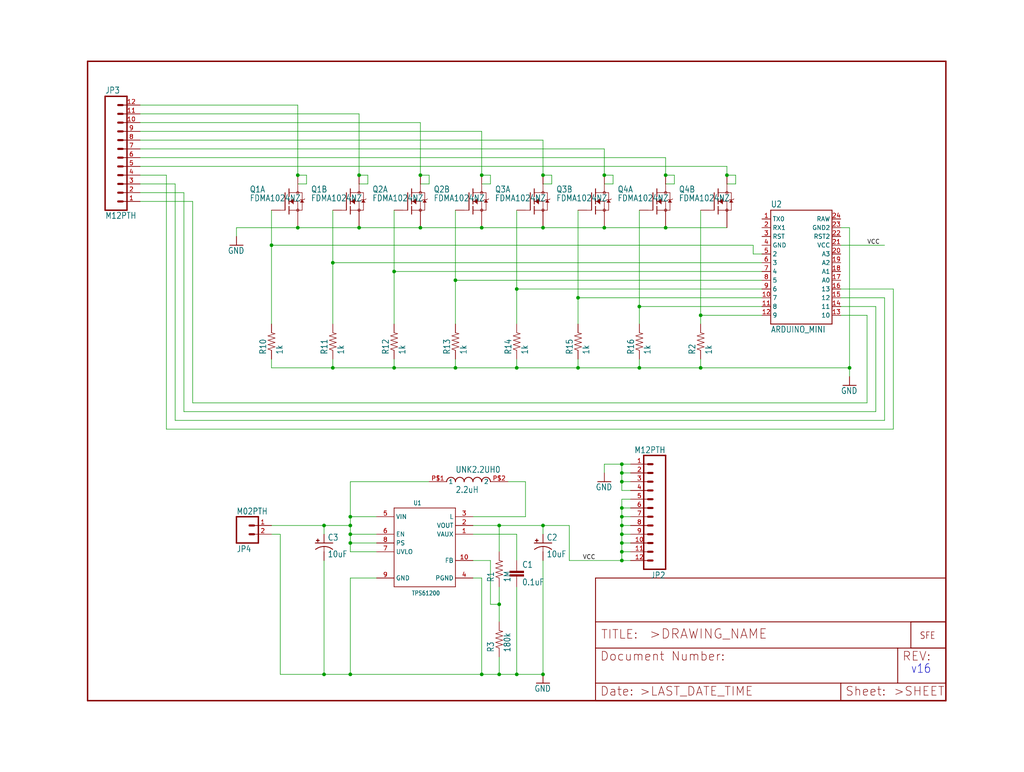
<source format=kicad_sch>
(kicad_sch (version 20211123) (generator eeschema)
  (paper "User" 297.002 223.926)
  (lib_symbols
    (symbol "schematicEagle-eagle-import:ARDUINO_MINI"
      (property "Value" "ARDUINO_MINI" (at -7.62 -20.32 0))
      (symbol "ARDUINO_MINI_1_0"
        (polyline (pts (xy -7.62 -17.78) (xy 10.16 -17.78)) (stroke (width 0.254)))
        (polyline (pts (xy -7.62 15.24) (xy -7.62 -17.78)) (stroke (width 0.254)))
        (polyline (pts (xy 10.16 -17.78) (xy 10.16 15.24)) (stroke (width 0.254)))
        (polyline (pts (xy 10.16 15.24) (xy -7.62 15.24)) (stroke (width 0.254)))
        (pin bidirectional line (at -10.16 12.7 0) (length 2.54) (name "TX0") (number "1"))
        (pin bidirectional line (at -10.16 -10.16 0) (length 2.54) (name "7") (number "10"))
        (pin bidirectional line (at -10.16 -12.7 0) (length 2.54) (name "8") (number "11"))
        (pin bidirectional line (at -10.16 -15.24 0) (length 2.54) (name "9") (number "12"))
        (pin bidirectional line (at 12.7 -15.24 180) (length 2.54) (name "10") (number "13"))
        (pin bidirectional line (at 12.7 -12.7 180) (length 2.54) (name "11") (number "14"))
        (pin bidirectional line (at 12.7 -10.16 180) (length 2.54) (name "12") (number "15"))
        (pin bidirectional line (at 12.7 -7.62 180) (length 2.54) (name "13") (number "16"))
        (pin bidirectional line (at 12.7 -5.08 180) (length 2.54) (name "A0") (number "17"))
        (pin bidirectional line (at 12.7 -2.54 180) (length 2.54) (name "A1") (number "18"))
        (pin bidirectional line (at 12.7 0 180) (length 2.54) (name "A2") (number "19"))
        (pin bidirectional line (at -10.16 10.16 0) (length 2.54) (name "RX1") (number "2"))
        (pin bidirectional line (at 12.7 2.54 180) (length 2.54) (name "A3") (number "20"))
        (pin bidirectional line (at 12.7 5.08 180) (length 2.54) (name "VCC") (number "21"))
        (pin bidirectional line (at 12.7 7.62 180) (length 2.54) (name "RST2") (number "22"))
        (pin bidirectional line (at 12.7 10.16 180) (length 2.54) (name "GND2") (number "23"))
        (pin bidirectional line (at 12.7 12.7 180) (length 2.54) (name "RAW") (number "24"))
        (pin bidirectional line (at -10.16 7.62 0) (length 2.54) (name "RST") (number "3"))
        (pin bidirectional line (at -10.16 5.08 0) (length 2.54) (name "GND") (number "4"))
        (pin bidirectional line (at -10.16 2.54 0) (length 2.54) (name "2") (number "5"))
        (pin bidirectional line (at -10.16 0 0) (length 2.54) (name "3") (number "6"))
        (pin bidirectional line (at -10.16 -2.54 0) (length 2.54) (name "4") (number "7"))
        (pin bidirectional line (at -10.16 -5.08 0) (length 2.54) (name "5") (number "8"))
        (pin bidirectional line (at -10.16 -7.62 0) (length 2.54) (name "6") (number "9"))
      )
    )
    (symbol "schematicEagle-eagle-import:CAP0402-CAP"
      (property "Reference" "C" (at 1.524 2.921 0))
      (property "Value" "CAP0402-CAP" (at 1.524 -2.159 0))
      (symbol "CAP0402-CAP_1_0"
        (rectangle (start -2.032 0.508) (end 2.032 1.016) (fill (type outline)))
        (rectangle (start -2.032 1.524) (end 2.032 2.032) (fill (type outline)))
        (polyline (pts (xy 0 0) (xy 0 0.508)) (stroke (width 0.1524)))
        (polyline (pts (xy 0 2.54) (xy 0 2.032)) (stroke (width 0.1524)))
        (pin passive line (at 0 5.08 270) (length 2.54) (name "1") (number "1"))
        (pin passive line (at 0 -2.54 90) (length 2.54) (name "2") (number "2"))
      )
    )
    (symbol "schematicEagle-eagle-import:CAP_POL1206"
      (property "Reference" "C" (at 1.016 0.635 0))
      (property "Value" "CAP_POL1206" (at 1.016 -4.191 0))
      (symbol "CAP_POL1206_1_0"
        (rectangle (start -2.253 0.668) (end -1.364 0.795) (fill (type outline)))
        (rectangle (start -1.872 0.287) (end -1.745 1.176) (fill (type outline)))
        (arc (start 0 -1.0161) (mid -1.3021 -1.2302) (end -2.4669 -1.8504) (stroke (width 0.254)))
        (polyline (pts (xy -2.54 0) (xy 2.54 0)) (stroke (width 0.254)))
        (polyline (pts (xy 0 -1.016) (xy 0 -2.54)) (stroke (width 0.1524)))
        (arc (start 2.4892 -1.8542) (mid 1.3158 -1.2195) (end 0 -1) (stroke (width 0.254)))
        (pin passive line (at 0 2.54 270) (length 2.54) (name "+") (number "A"))
        (pin passive line (at 0 -5.08 90) (length 2.54) (name "-") (number "C"))
      )
    )
    (symbol "schematicEagle-eagle-import:FDMA1024NZ"
      (property "Reference" "Q" (at -11.43 2.54 0))
      (property "Value" "FDMA1024NZ" (at -11.43 0 0))
      (symbol "FDMA1024NZ_1_0"
        (polyline (pts (xy -2.54 -2.54) (xy -1.2192 -2.54)) (stroke (width 0.1524)))
        (polyline (pts (xy -1.143 2.54) (xy -1.143 -2.54)) (stroke (width 0.254)))
        (polyline (pts (xy 0 -2.54) (xy 0 -3.683)) (stroke (width 0.254)))
        (polyline (pts (xy 0 -1.397) (xy 0 -2.54)) (stroke (width 0.254)))
        (polyline (pts (xy 0 0) (xy 0 -0.762)) (stroke (width 0.254)))
        (polyline (pts (xy 0 0) (xy 2.54 0)) (stroke (width 0.1524)))
        (polyline (pts (xy 0 0.762) (xy 0 0)) (stroke (width 0.254)))
        (polyline (pts (xy 0 2.54) (xy 0 1.397)) (stroke (width 0.254)))
        (polyline (pts (xy 0 2.54) (xy 2.54 2.54)) (stroke (width 0.1524)))
        (polyline (pts (xy 0 3.683) (xy 0 2.54)) (stroke (width 0.254)))
        (polyline (pts (xy 2.54 -2.54) (xy 0 -2.54)) (stroke (width 0.1524)))
        (polyline (pts (xy 2.54 -2.54) (xy 3.81 -2.54)) (stroke (width 0.1524)))
        (polyline (pts (xy 2.54 0) (xy 2.54 -2.54)) (stroke (width 0.1524)))
        (polyline (pts (xy 2.54 2.54) (xy 2.54 5.08)) (stroke (width 0.1524)))
        (polyline (pts (xy 2.54 2.54) (xy 3.81 2.54)) (stroke (width 0.1524)))
        (polyline (pts (xy 3.302 0.508) (xy 3.048 0.254)) (stroke (width 0.1524)))
        (polyline (pts (xy 3.81 0.508) (xy 3.302 0.508)) (stroke (width 0.1524)))
        (polyline (pts (xy 3.81 0.508) (xy 3.81 -2.54)) (stroke (width 0.1524)))
        (polyline (pts (xy 3.81 2.54) (xy 3.81 0.508)) (stroke (width 0.1524)))
        (polyline (pts (xy 4.318 0.508) (xy 3.81 0.508)) (stroke (width 0.1524)))
        (polyline (pts (xy 4.572 0.762) (xy 4.318 0.508)) (stroke (width 0.1524)))
        (polyline (pts (xy 0.254 0) (xy 1.27 0.762) (xy 1.27 -0.762)) (fill (type outline)))
        (polyline (pts (xy 3.81 0.508) (xy 3.302 -0.254) (xy 4.318 -0.254)) (fill (type outline)))
        (circle (center 2.54 -2.54) (radius 0.3592))
        (circle (center 2.54 2.54) (radius 0.3592))
        (pin passive line (at 2.54 5.08 180) (length 0) (name "D") (number "D1"))
        (pin passive line (at 2.54 7.62 270) (length 2.54) (name "D1") (number "D1_2"))
        (pin passive line (at -5.08 -2.54 0) (length 2.54) (name "G") (number "G1"))
        (pin passive line (at 2.54 -7.62 90) (length 5.08) (name "S") (number "S1"))
      )
      (symbol "FDMA1024NZ_2_0"
        (polyline (pts (xy -2.54 -2.54) (xy -1.2192 -2.54)) (stroke (width 0.1524)))
        (polyline (pts (xy -1.143 2.54) (xy -1.143 -2.54)) (stroke (width 0.254)))
        (polyline (pts (xy 0 -2.54) (xy 0 -3.683)) (stroke (width 0.254)))
        (polyline (pts (xy 0 -1.397) (xy 0 -2.54)) (stroke (width 0.254)))
        (polyline (pts (xy 0 0) (xy 0 -0.762)) (stroke (width 0.254)))
        (polyline (pts (xy 0 0) (xy 2.54 0)) (stroke (width 0.1524)))
        (polyline (pts (xy 0 0.762) (xy 0 0)) (stroke (width 0.254)))
        (polyline (pts (xy 0 2.54) (xy 0 1.397)) (stroke (width 0.254)))
        (polyline (pts (xy 0 2.54) (xy 2.54 2.54)) (stroke (width 0.1524)))
        (polyline (pts (xy 0 3.683) (xy 0 2.54)) (stroke (width 0.254)))
        (polyline (pts (xy 2.54 -2.54) (xy 0 -2.54)) (stroke (width 0.1524)))
        (polyline (pts (xy 2.54 -2.54) (xy 3.81 -2.54)) (stroke (width 0.1524)))
        (polyline (pts (xy 2.54 0) (xy 2.54 -2.54)) (stroke (width 0.1524)))
        (polyline (pts (xy 2.54 2.54) (xy 2.54 5.08)) (stroke (width 0.1524)))
        (polyline (pts (xy 2.54 2.54) (xy 3.81 2.54)) (stroke (width 0.1524)))
        (polyline (pts (xy 3.302 0.508) (xy 3.048 0.254)) (stroke (width 0.1524)))
        (polyline (pts (xy 3.81 0.508) (xy 3.302 0.508)) (stroke (width 0.1524)))
        (polyline (pts (xy 3.81 0.508) (xy 3.81 -2.54)) (stroke (width 0.1524)))
        (polyline (pts (xy 3.81 2.54) (xy 3.81 0.508)) (stroke (width 0.1524)))
        (polyline (pts (xy 4.318 0.508) (xy 3.81 0.508)) (stroke (width 0.1524)))
        (polyline (pts (xy 4.572 0.762) (xy 4.318 0.508)) (stroke (width 0.1524)))
        (polyline (pts (xy 0.254 0) (xy 1.27 0.762) (xy 1.27 -0.762)) (fill (type outline)))
        (polyline (pts (xy 3.81 0.508) (xy 3.302 -0.254) (xy 4.318 -0.254)) (fill (type outline)))
        (circle (center 2.54 -2.54) (radius 0.3592))
        (circle (center 2.54 2.54) (radius 0.3592))
        (pin passive line (at 2.54 5.08 180) (length 0) (name "D") (number "D2"))
        (pin passive line (at 2.54 7.62 270) (length 2.54) (name "D1") (number "D2_2"))
        (pin passive line (at -5.08 -2.54 0) (length 2.54) (name "G") (number "G2"))
        (pin passive line (at 2.54 -7.62 90) (length 5.08) (name "S") (number "S2"))
      )
    )
    (symbol "schematicEagle-eagle-import:FRAME-LETTER"
      (symbol "FRAME-LETTER_1_0"
        (polyline (pts (xy 0 0) (xy 248.92 0)) (stroke (width 0.4064)))
        (polyline (pts (xy 0 185.42) (xy 0 0)) (stroke (width 0.4064)))
        (polyline (pts (xy 0 185.42) (xy 248.92 185.42)) (stroke (width 0.4064)))
        (polyline (pts (xy 248.92 185.42) (xy 248.92 0)) (stroke (width 0.4064)))
      )
      (symbol "FRAME-LETTER_2_0"
        (polyline (pts (xy 0 0) (xy 0 5.08)) (stroke (width 0.254)))
        (polyline (pts (xy 0 0) (xy 71.12 0)) (stroke (width 0.254)))
        (polyline (pts (xy 0 5.08) (xy 0 15.24)) (stroke (width 0.254)))
        (polyline (pts (xy 0 5.08) (xy 71.12 5.08)) (stroke (width 0.254)))
        (polyline (pts (xy 0 15.24) (xy 0 22.86)) (stroke (width 0.254)))
        (polyline (pts (xy 0 22.86) (xy 0 35.56)) (stroke (width 0.254)))
        (polyline (pts (xy 0 22.86) (xy 101.6 22.86)) (stroke (width 0.254)))
        (polyline (pts (xy 71.12 0) (xy 101.6 0)) (stroke (width 0.254)))
        (polyline (pts (xy 71.12 5.08) (xy 71.12 0)) (stroke (width 0.254)))
        (polyline (pts (xy 71.12 5.08) (xy 87.63 5.08)) (stroke (width 0.254)))
        (polyline (pts (xy 87.63 5.08) (xy 101.6 5.08)) (stroke (width 0.254)))
        (polyline (pts (xy 87.63 15.24) (xy 0 15.24)) (stroke (width 0.254)))
        (polyline (pts (xy 87.63 15.24) (xy 87.63 5.08)) (stroke (width 0.254)))
        (polyline (pts (xy 101.6 5.08) (xy 101.6 0)) (stroke (width 0.254)))
        (polyline (pts (xy 101.6 15.24) (xy 87.63 15.24)) (stroke (width 0.254)))
        (polyline (pts (xy 101.6 15.24) (xy 101.6 5.08)) (stroke (width 0.254)))
        (polyline (pts (xy 101.6 22.86) (xy 101.6 15.24)) (stroke (width 0.254)))
        (polyline (pts (xy 101.6 35.56) (xy 0 35.56)) (stroke (width 0.254)))
        (polyline (pts (xy 101.6 35.56) (xy 101.6 22.86)) (stroke (width 0.254)))
        (text ">DRAWING_NAME" (at 15.494 17.78 0) (effects (font (size 2.7432 2.7432)) (justify left bottom)))
        (text ">LAST_DATE_TIME" (at 12.7 1.27 0) (effects (font (size 2.54 2.54)) (justify left bottom)))
        (text ">SHEET" (at 86.36 1.27 0) (effects (font (size 2.54 2.54)) (justify left bottom)))
        (text "Date:" (at 1.27 1.27 0) (effects (font (size 2.54 2.54)) (justify left bottom)))
        (text "Document Number:" (at 1.27 11.43 0) (effects (font (size 2.54 2.54)) (justify left bottom)))
        (text "REV:" (at 88.9 11.43 0) (effects (font (size 2.54 2.54)) (justify left bottom)))
        (text "Sheet:" (at 72.39 1.27 0) (effects (font (size 2.54 2.54)) (justify left bottom)))
        (text "TITLE:" (at 1.524 17.78 0) (effects (font (size 2.54 2.54)) (justify left bottom)))
      )
    )
    (symbol "schematicEagle-eagle-import:GND" (power)
      (property "Value" "GND" (at -2.54 -2.54 0))
      (symbol "GND_1_0"
        (polyline (pts (xy -1.905 0) (xy 1.905 0)) (stroke (width 0.254)))
        (pin power_in line (at 0 2.54 270) (length 2.54) (name "GND") (number "1"))
      )
    )
    (symbol "schematicEagle-eagle-import:LOGO-SFESK"
      (symbol "LOGO-SFESK_1_0"
        (polyline (pts (xy -2.54 -2.54) (xy 7.62 -2.54)) (stroke (width 0.254)))
        (polyline (pts (xy -2.54 5.08) (xy -2.54 -2.54)) (stroke (width 0.254)))
        (polyline (pts (xy 7.62 -2.54) (xy 7.62 5.08)) (stroke (width 0.254)))
        (polyline (pts (xy 7.62 5.08) (xy -2.54 5.08)) (stroke (width 0.254)))
        (text "SFE" (at 0 0 0) (effects (font (size 1.9304 1.6408)) (justify left bottom)))
      )
    )
    (symbol "schematicEagle-eagle-import:M02PTH"
      (property "Reference" "JP" (at -2.54 5.842 0))
      (property "Value" "M02PTH" (at -2.54 -5.08 0))
      (symbol "M02PTH_1_0"
        (polyline (pts (xy -2.54 5.08) (xy -2.54 -2.54)) (stroke (width 0.4064)))
        (polyline (pts (xy -2.54 5.08) (xy 3.81 5.08)) (stroke (width 0.4064)))
        (polyline (pts (xy 1.27 0) (xy 2.54 0)) (stroke (width 0.6096)))
        (polyline (pts (xy 1.27 2.54) (xy 2.54 2.54)) (stroke (width 0.6096)))
        (polyline (pts (xy 3.81 -2.54) (xy -2.54 -2.54)) (stroke (width 0.4064)))
        (polyline (pts (xy 3.81 -2.54) (xy 3.81 5.08)) (stroke (width 0.4064)))
        (pin passive line (at 7.62 0 180) (length 5.08) (name "1") (number "1"))
        (pin passive line (at 7.62 2.54 180) (length 5.08) (name "2") (number "2"))
      )
    )
    (symbol "schematicEagle-eagle-import:M12PTH"
      (property "Reference" "JP" (at 0 16.002 0))
      (property "Value" "M12PTH" (at 0 -20.32 0))
      (symbol "M12PTH_1_0"
        (polyline (pts (xy 0 15.24) (xy 0 -17.78)) (stroke (width 0.4064)))
        (polyline (pts (xy 0 15.24) (xy 6.35 15.24)) (stroke (width 0.4064)))
        (polyline (pts (xy 3.81 -15.24) (xy 5.08 -15.24)) (stroke (width 0.6096)))
        (polyline (pts (xy 3.81 -12.7) (xy 5.08 -12.7)) (stroke (width 0.6096)))
        (polyline (pts (xy 3.81 -10.16) (xy 5.08 -10.16)) (stroke (width 0.6096)))
        (polyline (pts (xy 3.81 -7.62) (xy 5.08 -7.62)) (stroke (width 0.6096)))
        (polyline (pts (xy 3.81 -5.08) (xy 5.08 -5.08)) (stroke (width 0.6096)))
        (polyline (pts (xy 3.81 -2.54) (xy 5.08 -2.54)) (stroke (width 0.6096)))
        (polyline (pts (xy 3.81 0) (xy 5.08 0)) (stroke (width 0.6096)))
        (polyline (pts (xy 3.81 2.54) (xy 5.08 2.54)) (stroke (width 0.6096)))
        (polyline (pts (xy 3.81 5.08) (xy 5.08 5.08)) (stroke (width 0.6096)))
        (polyline (pts (xy 3.81 7.62) (xy 5.08 7.62)) (stroke (width 0.6096)))
        (polyline (pts (xy 3.81 10.16) (xy 5.08 10.16)) (stroke (width 0.6096)))
        (polyline (pts (xy 3.81 12.7) (xy 5.08 12.7)) (stroke (width 0.6096)))
        (polyline (pts (xy 6.35 -17.78) (xy 0 -17.78)) (stroke (width 0.4064)))
        (polyline (pts (xy 6.35 -17.78) (xy 6.35 15.24)) (stroke (width 0.4064)))
        (pin passive line (at 10.16 -15.24 180) (length 5.08) (name "1") (number "1"))
        (pin passive line (at 10.16 7.62 180) (length 5.08) (name "10") (number "10"))
        (pin passive line (at 10.16 10.16 180) (length 5.08) (name "11") (number "11"))
        (pin passive line (at 10.16 12.7 180) (length 5.08) (name "12") (number "12"))
        (pin passive line (at 10.16 -12.7 180) (length 5.08) (name "2") (number "2"))
        (pin passive line (at 10.16 -10.16 180) (length 5.08) (name "3") (number "3"))
        (pin passive line (at 10.16 -7.62 180) (length 5.08) (name "4") (number "4"))
        (pin passive line (at 10.16 -5.08 180) (length 5.08) (name "5") (number "5"))
        (pin passive line (at 10.16 -2.54 180) (length 5.08) (name "6") (number "6"))
        (pin passive line (at 10.16 0 180) (length 5.08) (name "7") (number "7"))
        (pin passive line (at 10.16 2.54 180) (length 5.08) (name "8") (number "8"))
        (pin passive line (at 10.16 5.08 180) (length 5.08) (name "9") (number "9"))
      )
    )
    (symbol "schematicEagle-eagle-import:RESISTOR0402-RES"
      (property "Reference" "R" (at -3.81 1.4986 0))
      (property "Value" "RESISTOR0402-RES" (at -3.81 -3.302 0))
      (symbol "RESISTOR0402-RES_1_0"
        (polyline (pts (xy -2.54 0) (xy -2.159 1.016)) (stroke (width 0.1524)))
        (polyline (pts (xy -2.159 1.016) (xy -1.524 -1.016)) (stroke (width 0.1524)))
        (polyline (pts (xy -1.524 -1.016) (xy -0.889 1.016)) (stroke (width 0.1524)))
        (polyline (pts (xy -0.889 1.016) (xy -0.254 -1.016)) (stroke (width 0.1524)))
        (polyline (pts (xy -0.254 -1.016) (xy 0.381 1.016)) (stroke (width 0.1524)))
        (polyline (pts (xy 0.381 1.016) (xy 1.016 -1.016)) (stroke (width 0.1524)))
        (polyline (pts (xy 1.016 -1.016) (xy 1.651 1.016)) (stroke (width 0.1524)))
        (polyline (pts (xy 1.651 1.016) (xy 2.286 -1.016)) (stroke (width 0.1524)))
        (polyline (pts (xy 2.286 -1.016) (xy 2.54 0)) (stroke (width 0.1524)))
        (pin passive line (at -5.08 0 0) (length 2.54) (name "1") (number "1"))
        (pin passive line (at 5.08 0 180) (length 2.54) (name "2") (number "2"))
      )
    )
    (symbol "schematicEagle-eagle-import:TPS61200"
      (property "Value" "TPS61200" (at -2.54 -15.24 0))
      (symbol "TPS61200_1_0"
        (polyline (pts (xy -7.62 -12.7) (xy 10.16 -12.7)) (stroke (width 0.2032)))
        (polyline (pts (xy -7.62 10.16) (xy -7.62 -12.7)) (stroke (width 0.2032)))
        (polyline (pts (xy 10.16 -12.7) (xy 10.16 10.16)) (stroke (width 0.2032)))
        (polyline (pts (xy 10.16 10.16) (xy -7.62 10.16)) (stroke (width 0.2032)))
        (pin bidirectional line (at 15.24 2.54 180) (length 5.08) (name "VAUX") (number "1"))
        (pin bidirectional line (at 15.24 -5.08 180) (length 5.08) (name "FB") (number "10"))
        (pin bidirectional line (at 15.24 5.08 180) (length 5.08) (name "VOUT") (number "2"))
        (pin bidirectional line (at 15.24 7.62 180) (length 5.08) (name "L") (number "3"))
        (pin bidirectional line (at 15.24 -10.16 180) (length 5.08) (name "PGND") (number "4"))
        (pin bidirectional line (at -12.7 7.62 0) (length 5.08) (name "VIN") (number "5"))
        (pin bidirectional line (at -12.7 2.54 0) (length 5.08) (name "EN") (number "6"))
        (pin bidirectional line (at -12.7 -2.54 0) (length 5.08) (name "UVLO") (number "7"))
        (pin bidirectional line (at -12.7 0 0) (length 5.08) (name "PS") (number "8"))
        (pin bidirectional line (at -12.7 -10.16 0) (length 5.08) (name "GND") (number "9"))
      )
    )
    (symbol "schematicEagle-eagle-import:VLF4012A"
      (property "Value" "VLF4012A" (at -5.08 -3.302 0))
      (symbol "VLF4012A_1_0"
        (arc (start -5.08 0) (mid -6.35 1.27) (end -7.62 0) (stroke (width 0.254)))
        (arc (start -2.54 0) (mid -3.81 1.27) (end -5.08 0) (stroke (width 0.254)))
        (arc (start 0 0) (mid -1.27 1.27) (end -2.54 0) (stroke (width 0.254)))
        (arc (start 2.54 0) (mid 1.27 1.27) (end 0 0) (stroke (width 0.254)))
        (arc (start 5.08 0) (mid 3.81 1.27) (end 2.54 0) (stroke (width 0.254)))
        (pin bidirectional line (at -12.7 0 0) (length 5.08) (name "1") (number "P$1"))
        (pin bidirectional line (at 10.16 0 180) (length 5.08) (name "2") (number "P$2"))
      )
    )
  )
  (junction (at 149.86 106.68))
  (junction (at 96.52 106.68))
  (junction (at 157.48 152.4))
  (junction (at 157.48 195.58))
  (junction (at 101.6 195.58))
  (junction (at 193.04 50.8))
  (junction (at 144.78 152.4))
  (junction (at 157.48 66.04))
  (junction (at 132.08 106.68))
  (junction (at 167.64 86.36))
  (junction (at 203.2 106.68))
  (junction (at 149.86 195.58))
  (junction (at 144.78 175.26))
  (junction (at 175.26 50.8))
  (junction (at 132.08 81.28))
  (junction (at 149.86 83.82))
  (junction (at 185.42 106.68))
  (junction (at 114.3 106.68))
  (junction (at 93.98 195.58))
  (junction (at 104.14 50.8))
  (junction (at 180.34 137.16))
  (junction (at 180.34 160.02))
  (junction (at 86.36 66.04))
  (junction (at 101.6 149.86))
  (junction (at 96.52 76.2))
  (junction (at 175.26 66.04))
  (junction (at 210.82 50.8))
  (junction (at 193.04 66.04))
  (junction (at 180.34 152.4))
  (junction (at 101.6 154.94))
  (junction (at 139.7 50.8))
  (junction (at 101.6 152.4))
  (junction (at 144.78 195.58))
  (junction (at 78.74 71.12))
  (junction (at 114.3 78.74))
  (junction (at 180.34 139.7))
  (junction (at 121.92 50.8))
  (junction (at 180.34 149.86))
  (junction (at 180.34 157.48))
  (junction (at 180.34 134.62))
  (junction (at 93.98 152.4))
  (junction (at 157.48 50.8))
  (junction (at 101.6 157.48))
  (junction (at 86.36 50.8))
  (junction (at 180.34 162.56))
  (junction (at 180.34 154.94))
  (junction (at 185.42 88.9))
  (junction (at 167.64 106.68))
  (junction (at 180.34 147.32))
  (junction (at 246.38 106.68))
  (junction (at 104.14 66.04))
  (junction (at 121.92 66.04))
  (junction (at 203.2 91.44))
  (junction (at 139.7 66.04))
  (junction (at 139.7 195.58))
  (wire (pts (xy 175.26 66.04) (xy 193.04 66.04)))
  (wire (pts (xy 220.98 78.74) (xy 114.3 78.74)))
  (wire (pts (xy 142.24 162.56) (xy 142.24 175.26)))
  (wire (pts (xy 132.08 106.68) (xy 149.86 106.68)))
  (wire (pts (xy 210.82 53.34) (xy 213.36 53.34)))
  (wire (pts (xy 78.74 106.68) (xy 96.52 106.68)))
  (wire (pts (xy 139.7 167.64) (xy 139.7 195.58)))
  (wire (pts (xy 157.48 66.04) (xy 175.26 66.04)))
  (wire (pts (xy 220.98 86.36) (xy 167.64 86.36)))
  (wire (pts (xy 251.46 91.44) (xy 251.46 116.84)))
  (wire (pts (xy 144.78 160.02) (xy 144.78 152.4)))
  (wire (pts (xy 256.54 71.12) (xy 243.84 71.12)))
  (wire (pts (xy 157.48 152.4) (xy 165.1 152.4)))
  (wire (pts (xy 180.34 142.24) (xy 180.34 139.7)))
  (wire (pts (xy 220.98 76.2) (xy 96.52 76.2)))
  (wire (pts (xy 180.34 149.86) (xy 180.34 147.32)))
  (wire (pts (xy 220.98 73.66) (xy 218.44 73.66)))
  (wire (pts (xy 121.92 66.04) (xy 139.7 66.04)))
  (wire (pts (xy 144.78 152.4) (xy 157.48 152.4)))
  (wire (pts (xy 180.34 154.94) (xy 182.88 154.94)))
  (wire (pts (xy 88.9 53.34) (xy 86.36 53.34)))
  (wire (pts (xy 101.6 160.02) (xy 101.6 157.48)))
  (wire (pts (xy 93.98 195.58) (xy 81.28 195.58)))
  (wire (pts (xy 157.48 40.64) (xy 157.48 50.8)))
  (wire (pts (xy 104.14 66.04) (xy 121.92 66.04)))
  (wire (pts (xy 50.8 121.92) (xy 50.8 53.34)))
  (wire (pts (xy 180.34 160.02) (xy 180.34 157.48)))
  (wire (pts (xy 96.52 106.68) (xy 114.3 106.68)))
  (wire (pts (xy 81.28 195.58) (xy 81.28 154.94)))
  (wire (pts (xy 254 119.38) (xy 53.34 119.38)))
  (wire (pts (xy 243.84 83.82) (xy 259.08 83.82)))
  (wire (pts (xy 157.48 162.56) (xy 157.48 195.58)))
  (wire (pts (xy 93.98 152.4) (xy 101.6 152.4)))
  (wire (pts (xy 139.7 195.58) (xy 144.78 195.58)))
  (wire (pts (xy 185.42 106.68) (xy 185.42 104.14)))
  (wire (pts (xy 96.52 76.2) (xy 96.52 60.96)))
  (wire (pts (xy 220.98 88.9) (xy 185.42 88.9)))
  (wire (pts (xy 78.74 60.96) (xy 78.74 71.12)))
  (wire (pts (xy 193.04 45.72) (xy 193.04 50.8)))
  (wire (pts (xy 114.3 93.98) (xy 114.3 78.74)))
  (wire (pts (xy 96.52 76.2) (xy 96.52 93.98)))
  (wire (pts (xy 193.04 66.04) (xy 210.82 66.04)))
  (wire (pts (xy 243.84 86.36) (xy 256.54 86.36)))
  (wire (pts (xy 195.58 53.34) (xy 195.58 50.8)))
  (wire (pts (xy 246.38 106.68) (xy 246.38 109.22)))
  (wire (pts (xy 40.64 38.1) (xy 139.7 38.1)))
  (wire (pts (xy 144.78 175.26) (xy 144.78 170.18)))
  (wire (pts (xy 149.86 195.58) (xy 157.48 195.58)))
  (wire (pts (xy 50.8 53.34) (xy 40.64 53.34)))
  (wire (pts (xy 40.64 40.64) (xy 157.48 40.64)))
  (wire (pts (xy 144.78 175.26) (xy 144.78 180.34)))
  (wire (pts (xy 124.46 50.8) (xy 121.92 50.8)))
  (wire (pts (xy 106.68 50.8) (xy 104.14 50.8)))
  (wire (pts (xy 78.74 106.68) (xy 78.74 104.14)))
  (wire (pts (xy 218.44 73.66) (xy 218.44 71.12)))
  (wire (pts (xy 259.08 124.46) (xy 48.26 124.46)))
  (wire (pts (xy 180.34 149.86) (xy 182.88 149.86)))
  (wire (pts (xy 210.82 48.26) (xy 40.64 48.26)))
  (wire (pts (xy 40.64 33.02) (xy 104.14 33.02)))
  (wire (pts (xy 101.6 195.58) (xy 139.7 195.58)))
  (wire (pts (xy 182.88 137.16) (xy 180.34 137.16)))
  (wire (pts (xy 195.58 50.8) (xy 193.04 50.8)))
  (wire (pts (xy 86.36 66.04) (xy 104.14 66.04)))
  (wire (pts (xy 114.3 106.68) (xy 132.08 106.68)))
  (wire (pts (xy 101.6 167.64) (xy 101.6 195.58)))
  (wire (pts (xy 101.6 152.4) (xy 101.6 149.86)))
  (wire (pts (xy 185.42 93.98) (xy 185.42 88.9)))
  (wire (pts (xy 139.7 66.04) (xy 157.48 66.04)))
  (wire (pts (xy 93.98 154.94) (xy 93.98 152.4)))
  (wire (pts (xy 180.34 147.32) (xy 180.34 144.78)))
  (wire (pts (xy 180.34 157.48) (xy 180.34 154.94)))
  (wire (pts (xy 185.42 88.9) (xy 185.42 60.96)))
  (wire (pts (xy 86.36 50.8) (xy 88.9 50.8)))
  (wire (pts (xy 152.4 139.7) (xy 152.4 149.86)))
  (wire (pts (xy 53.34 119.38) (xy 53.34 55.88)))
  (wire (pts (xy 157.48 154.94) (xy 157.48 152.4)))
  (wire (pts (xy 132.08 93.98) (xy 132.08 81.28)))
  (wire (pts (xy 180.34 134.62) (xy 175.26 134.62)))
  (wire (pts (xy 48.26 50.8) (xy 40.64 50.8)))
  (wire (pts (xy 180.34 160.02) (xy 180.34 162.56)))
  (wire (pts (xy 180.34 154.94) (xy 180.34 152.4)))
  (wire (pts (xy 167.64 106.68) (xy 185.42 106.68)))
  (wire (pts (xy 180.34 162.56) (xy 182.88 162.56)))
  (wire (pts (xy 68.58 66.04) (xy 86.36 66.04)))
  (wire (pts (xy 259.08 83.82) (xy 259.08 124.46)))
  (wire (pts (xy 149.86 93.98) (xy 149.86 83.82)))
  (wire (pts (xy 149.86 154.94) (xy 149.86 162.56)))
  (wire (pts (xy 121.92 35.56) (xy 121.92 50.8)))
  (wire (pts (xy 149.86 83.82) (xy 149.86 60.96)))
  (wire (pts (xy 142.24 175.26) (xy 144.78 175.26)))
  (wire (pts (xy 180.34 152.4) (xy 182.88 152.4)))
  (wire (pts (xy 180.34 137.16) (xy 180.34 134.62)))
  (wire (pts (xy 160.02 50.8) (xy 157.48 50.8)))
  (wire (pts (xy 254 88.9) (xy 254 119.38)))
  (wire (pts (xy 121.92 53.34) (xy 124.46 53.34)))
  (wire (pts (xy 175.26 53.34) (xy 177.8 53.34)))
  (wire (pts (xy 243.84 91.44) (xy 251.46 91.44)))
  (wire (pts (xy 40.64 45.72) (xy 193.04 45.72)))
  (wire (pts (xy 109.22 167.64) (xy 101.6 167.64)))
  (wire (pts (xy 132.08 106.68) (xy 132.08 104.14)))
  (wire (pts (xy 177.8 50.8) (xy 175.26 50.8)))
  (wire (pts (xy 86.36 50.8) (xy 86.36 30.48)))
  (wire (pts (xy 137.16 154.94) (xy 149.86 154.94)))
  (wire (pts (xy 88.9 50.8) (xy 88.9 53.34)))
  (wire (pts (xy 203.2 104.14) (xy 203.2 106.68)))
  (wire (pts (xy 165.1 162.56) (xy 180.34 162.56)))
  (wire (pts (xy 165.1 152.4) (xy 165.1 162.56)))
  (wire (pts (xy 149.86 106.68) (xy 149.86 104.14)))
  (wire (pts (xy 213.36 50.8) (xy 210.82 50.8)))
  (wire (pts (xy 157.48 53.34) (xy 160.02 53.34)))
  (wire (pts (xy 101.6 157.48) (xy 101.6 154.94)))
  (wire (pts (xy 213.36 53.34) (xy 213.36 50.8)))
  (wire (pts (xy 256.54 86.36) (xy 256.54 121.92)))
  (wire (pts (xy 132.08 81.28) (xy 132.08 60.96)))
  (wire (pts (xy 203.2 106.68) (xy 246.38 106.68)))
  (wire (pts (xy 142.24 50.8) (xy 139.7 50.8)))
  (wire (pts (xy 104.14 53.34) (xy 106.68 53.34)))
  (wire (pts (xy 55.88 58.42) (xy 40.64 58.42)))
  (wire (pts (xy 251.46 116.84) (xy 55.88 116.84)))
  (wire (pts (xy 167.64 93.98) (xy 167.64 86.36)))
  (wire (pts (xy 109.22 160.02) (xy 101.6 160.02)))
  (wire (pts (xy 167.64 86.36) (xy 167.64 60.96)))
  (wire (pts (xy 180.34 144.78) (xy 182.88 144.78)))
  (wire (pts (xy 152.4 149.86) (xy 137.16 149.86)))
  (wire (pts (xy 220.98 91.44) (xy 203.2 91.44)))
  (wire (pts (xy 101.6 149.86) (xy 101.6 139.7)))
  (wire (pts (xy 256.54 121.92) (xy 50.8 121.92)))
  (wire (pts (xy 182.88 134.62) (xy 180.34 134.62)))
  (wire (pts (xy 180.34 139.7) (xy 180.34 137.16)))
  (wire (pts (xy 93.98 195.58) (xy 101.6 195.58)))
  (wire (pts (xy 104.14 33.02) (xy 104.14 50.8)))
  (wire (pts (xy 114.3 78.74) (xy 114.3 60.96)))
  (wire (pts (xy 96.52 106.68) (xy 96.52 104.14)))
  (wire (pts (xy 93.98 162.56) (xy 93.98 195.58)))
  (wire (pts (xy 40.64 35.56) (xy 121.92 35.56)))
  (wire (pts (xy 182.88 142.24) (xy 180.34 142.24)))
  (wire (pts (xy 149.86 170.18) (xy 149.86 195.58)))
  (wire (pts (xy 55.88 116.84) (xy 55.88 58.42)))
  (wire (pts (xy 124.46 53.34) (xy 124.46 50.8)))
  (wire (pts (xy 78.74 71.12) (xy 78.74 93.98)))
  (wire (pts (xy 185.42 106.68) (xy 203.2 106.68)))
  (wire (pts (xy 167.64 106.68) (xy 167.64 104.14)))
  (wire (pts (xy 86.36 30.48) (xy 40.64 30.48)))
  (wire (pts (xy 203.2 91.44) (xy 203.2 60.96)))
  (wire (pts (xy 149.86 106.68) (xy 167.64 106.68)))
  (wire (pts (xy 93.98 152.4) (xy 78.74 152.4)))
  (wire (pts (xy 180.34 157.48) (xy 182.88 157.48)))
  (wire (pts (xy 48.26 124.46) (xy 48.26 50.8)))
  (wire (pts (xy 175.26 43.18) (xy 175.26 50.8)))
  (wire (pts (xy 144.78 195.58) (xy 149.86 195.58)))
  (wire (pts (xy 180.34 147.32) (xy 182.88 147.32)))
  (wire (pts (xy 109.22 154.94) (xy 101.6 154.94)))
  (wire (pts (xy 101.6 154.94) (xy 101.6 152.4)))
  (wire (pts (xy 139.7 53.34) (xy 142.24 53.34)))
  (wire (pts (xy 160.02 53.34) (xy 160.02 50.8)))
  (wire (pts (xy 109.22 157.48) (xy 101.6 157.48)))
  (wire (pts (xy 144.78 152.4) (xy 137.16 152.4)))
  (wire (pts (xy 53.34 55.88) (xy 40.64 55.88)))
  (wire (pts (xy 114.3 106.68) (xy 114.3 104.14)))
  (wire (pts (xy 243.84 88.9) (xy 254 88.9)))
  (wire (pts (xy 203.2 93.98) (xy 203.2 91.44)))
  (wire (pts (xy 124.46 139.7) (xy 101.6 139.7)))
  (wire (pts (xy 68.58 68.58) (xy 68.58 66.04)))
  (wire (pts (xy 182.88 160.02) (xy 180.34 160.02)))
  (wire (pts (xy 137.16 162.56) (xy 142.24 162.56)))
  (wire (pts (xy 177.8 53.34) (xy 177.8 50.8)))
  (wire (pts (xy 144.78 190.5) (xy 144.78 195.58)))
  (wire (pts (xy 182.88 139.7) (xy 180.34 139.7)))
  (wire (pts (xy 106.68 53.34) (xy 106.68 50.8)))
  (wire (pts (xy 101.6 149.86) (xy 109.22 149.86)))
  (wire (pts (xy 246.38 66.04) (xy 246.38 106.68)))
  (wire (pts (xy 78.74 71.12) (xy 218.44 71.12)))
  (wire (pts (xy 193.04 53.34) (xy 195.58 53.34)))
  (wire (pts (xy 81.28 154.94) (xy 78.74 154.94)))
  (wire (pts (xy 175.26 134.62) (xy 175.26 137.16)))
  (wire (pts (xy 40.64 43.18) (xy 175.26 43.18)))
  (wire (pts (xy 147.32 139.7) (xy 152.4 139.7)))
  (wire (pts (xy 180.34 152.4) (xy 180.34 149.86)))
  (wire (pts (xy 139.7 38.1) (xy 139.7 50.8)))
  (wire (pts (xy 220.98 83.82) (xy 149.86 83.82)))
  (wire (pts (xy 243.84 66.04) (xy 246.38 66.04)))
  (wire (pts (xy 210.82 50.8) (xy 210.82 48.26)))
  (wire (pts (xy 142.24 53.34) (xy 142.24 50.8)))
  (wire (pts (xy 220.98 81.28) (xy 132.08 81.28)))
  (wire (pts (xy 137.16 167.64) (xy 139.7 167.64)))
  (text "v16" (at 264.16 195.58 180) (effects (font (size 2.54 2.159)) (justify left bottom)))
  (label "VCC" (at 172.72 162.56 180) (effects (font (size 1.2446 1.2446))))
  (label "VCC" (at 251.46 71.12 0) (effects (font (size 1.2446 1.2446))))
  (symbol (lib_id "schematicEagle-eagle-import:LOGO-SFESK") (at 266.7 185.42 0) (unit 1)
    (property "Reference" "JP5" (effects hide))
    (property "Value" "LOGO-SFESK" (effects hide))
    (property "Footprint" "schematicEagle:SFE-LOGO-FLAME" (effects hide))
  )
  (symbol (lib_id "schematicEagle-eagle-import:M12PTH") (at 193.04 149.86 180) (unit 1)
    (property "Reference" "JP2" (at 193.04 165.862 0) (effects (font (size 1.778 1.5113)) (justify left bottom)))
    (property "Value" "M12PTH" (at 193.04 129.54 0) (effects (font (size 1.778 1.5113)) (justify left bottom)))
    (property "Footprint" "schematicEagle:1X12" (effects hide))
  )
  (symbol (lib_id "schematicEagle-eagle-import:RESISTOR0402-RES") (at 203.2 99.06 90) (unit 1)
    (property "Reference" "R2" (at 201.7014 102.87 0) (effects (font (size 1.778 1.5113)) (justify left bottom)))
    (property "Value" "1k" (at 206.502 102.87 0) (effects (font (size 1.778 1.5113)) (justify left bottom)))
    (property "Footprint" "schematicEagle:0402-RES" (effects hide))
  )
  (symbol (lib_id "schematicEagle-eagle-import:FDMA1024NZ") (at 154.94 58.42 0) (unit 1)
    (property "Reference" "Q3" (at 143.51 55.88 0) (effects (font (size 1.778 1.5113)) (justify left bottom)))
    (property "Value" "FDMA1024NZ" (at 143.51 58.42 0) (effects (font (size 1.778 1.5113)) (justify left bottom)))
    (property "Footprint" "schematicEagle:MICROFET_2X2" (effects hide))
  )
  (symbol (lib_id "schematicEagle-eagle-import:RESISTOR0402-RES") (at 167.64 99.06 90) (unit 1)
    (property "Reference" "R15" (at 166.1414 102.87 0) (effects (font (size 1.778 1.5113)) (justify left bottom)))
    (property "Value" "1k" (at 170.942 102.87 0) (effects (font (size 1.778 1.5113)) (justify left bottom)))
    (property "Footprint" "schematicEagle:0402-RES" (effects hide))
  )
  (symbol (lib_id "schematicEagle-eagle-import:FDMA1024NZ") (at 119.38 58.42 0) (unit 1)
    (property "Reference" "Q2" (at 107.95 55.88 0) (effects (font (size 1.778 1.5113)) (justify left bottom)))
    (property "Value" "FDMA1024NZ" (at 107.95 58.42 0) (effects (font (size 1.778 1.5113)) (justify left bottom)))
    (property "Footprint" "schematicEagle:MICROFET_2X2" (effects hide))
  )
  (symbol (lib_id "schematicEagle-eagle-import:CAP_POL1206") (at 157.48 157.48 0) (unit 1)
    (property "Reference" "C2" (at 158.496 156.845 0) (effects (font (size 1.778 1.5113)) (justify left bottom)))
    (property "Value" "10uF" (at 158.496 161.671 0) (effects (font (size 1.778 1.5113)) (justify left bottom)))
    (property "Footprint" "schematicEagle:EIA3216" (effects hide))
  )
  (symbol (lib_id "schematicEagle-eagle-import:M02PTH") (at 71.12 152.4 0) (mirror x) (unit 1)
    (property "Reference" "JP4" (at 68.58 158.242 0) (effects (font (size 1.778 1.5113)) (justify left bottom)))
    (property "Value" "M02PTH" (at 68.58 147.32 0) (effects (font (size 1.778 1.5113)) (justify left bottom)))
    (property "Footprint" "schematicEagle:1X02" (effects hide))
  )
  (symbol (lib_id "schematicEagle-eagle-import:GND") (at 68.58 71.12 0) (unit 1)
    (property "Reference" "#GND3" (effects hide))
    (property "Value" "GND" (at 66.04 73.66 0) (effects (font (size 1.778 1.5113)) (justify left bottom)))
    (property "Footprint" "schematicEagle:" (effects hide))
  )
  (symbol (lib_id "schematicEagle-eagle-import:ARDUINO_MINI") (at 231.14 76.2 0) (unit 1)
    (property "Reference" "U2" (at 223.52 60.198 0) (effects (font (size 1.778 1.5113)) (justify left bottom)))
    (property "Value" "ARDUINO_MINI" (at 223.52 96.52 0) (effects (font (size 1.778 1.5113)) (justify left bottom)))
    (property "Footprint" "schematicEagle:ARDUINO_MINI" (effects hide))
  )
  (symbol (lib_id "schematicEagle-eagle-import:RESISTOR0402-RES") (at 132.08 99.06 90) (unit 1)
    (property "Reference" "R13" (at 130.5814 102.87 0) (effects (font (size 1.778 1.5113)) (justify left bottom)))
    (property "Value" "1k" (at 135.382 102.87 0) (effects (font (size 1.778 1.5113)) (justify left bottom)))
    (property "Footprint" "schematicEagle:0402-RES" (effects hide))
  )
  (symbol (lib_id "schematicEagle-eagle-import:CAP_POL1206") (at 93.98 157.48 0) (unit 1)
    (property "Reference" "C3" (at 94.996 156.845 0) (effects (font (size 1.778 1.5113)) (justify left bottom)))
    (property "Value" "10uF" (at 94.996 161.671 0) (effects (font (size 1.778 1.5113)) (justify left bottom)))
    (property "Footprint" "schematicEagle:EIA3216" (effects hide))
  )
  (symbol (lib_id "schematicEagle-eagle-import:GND") (at 157.48 198.12 0) (unit 1)
    (property "Reference" "#GND2" (effects hide))
    (property "Value" "GND" (at 154.94 200.66 0) (effects (font (size 1.778 1.5113)) (justify left bottom)))
    (property "Footprint" "schematicEagle:" (effects hide))
  )
  (symbol (lib_id "schematicEagle-eagle-import:GND") (at 175.26 139.7 0) (unit 1)
    (property "Reference" "#GND5" (effects hide))
    (property "Value" "GND" (at 172.72 142.24 0) (effects (font (size 1.778 1.5113)) (justify left bottom)))
    (property "Footprint" "schematicEagle:" (effects hide))
  )
  (symbol (lib_id "schematicEagle-eagle-import:FDMA1024NZ") (at 137.16 58.42 0) (unit 2)
    (property "Reference" "Q2" (at 125.73 55.88 0) (effects (font (size 1.778 1.5113)) (justify left bottom)))
    (property "Value" "FDMA1024NZ" (at 125.73 58.42 0) (effects (font (size 1.778 1.5113)) (justify left bottom)))
    (property "Footprint" "schematicEagle:MICROFET_2X2" (effects hide))
  )
  (symbol (lib_id "schematicEagle-eagle-import:CAP0402-CAP") (at 149.86 167.64 0) (unit 1)
    (property "Reference" "C1" (at 151.384 164.719 0) (effects (font (size 1.778 1.5113)) (justify left bottom)))
    (property "Value" "0.1uF" (at 151.384 169.799 0) (effects (font (size 1.778 1.5113)) (justify left bottom)))
    (property "Footprint" "schematicEagle:0402-CAP" (effects hide))
  )
  (symbol (lib_id "schematicEagle-eagle-import:FDMA1024NZ") (at 83.82 58.42 0) (unit 1)
    (property "Reference" "Q1" (at 72.39 55.88 0) (effects (font (size 1.778 1.5113)) (justify left bottom)))
    (property "Value" "FDMA1024NZ" (at 72.39 58.42 0) (effects (font (size 1.778 1.5113)) (justify left bottom)))
    (property "Footprint" "schematicEagle:MICROFET_2X2" (effects hide))
  )
  (symbol (lib_id "schematicEagle-eagle-import:FRAME-LETTER") (at 172.72 203.2 0) (unit 2)
    (property "Reference" "#FRAME1" (effects hide))
    (property "Value" "FRAME-LETTER" (effects hide))
    (property "Footprint" "schematicEagle:" (effects hide))
  )
  (symbol (lib_id "schematicEagle-eagle-import:RESISTOR0402-RES") (at 185.42 99.06 90) (unit 1)
    (property "Reference" "R16" (at 183.9214 102.87 0) (effects (font (size 1.778 1.5113)) (justify left bottom)))
    (property "Value" "1k" (at 188.722 102.87 0) (effects (font (size 1.778 1.5113)) (justify left bottom)))
    (property "Footprint" "schematicEagle:0402-RES" (effects hide))
  )
  (symbol (lib_id "schematicEagle-eagle-import:TPS61200") (at 121.92 157.48 0) (unit 1)
    (property "Reference" "U1" (at 119.888 146.558 0) (effects (font (size 1.27 1.0795)) (justify left bottom)))
    (property "Value" "TPS61200" (at 119.38 172.72 0) (effects (font (size 1.27 1.0795)) (justify left bottom)))
    (property "Footprint" "schematicEagle:DRC-S-PVSON-N10" (effects hide))
  )
  (symbol (lib_id "schematicEagle-eagle-import:RESISTOR0402-RES") (at 149.86 99.06 90) (unit 1)
    (property "Reference" "R14" (at 148.3614 102.87 0) (effects (font (size 1.778 1.5113)) (justify left bottom)))
    (property "Value" "1k" (at 153.162 102.87 0) (effects (font (size 1.778 1.5113)) (justify left bottom)))
    (property "Footprint" "schematicEagle:0402-RES" (effects hide))
  )
  (symbol (lib_id "schematicEagle-eagle-import:VLF4012A") (at 137.16 139.7 0) (unit 1)
    (property "Reference" "UNK2.2UH0" (at 132.08 137.16 0) (effects (font (size 1.778 1.5113)) (justify left bottom)))
    (property "Value" "2.2uH" (at 132.08 143.002 0) (effects (font (size 1.778 1.5113)) (justify left bottom)))
    (property "Footprint" "schematicEagle:VLF4012A" (effects hide))
  )
  (symbol (lib_id "schematicEagle-eagle-import:FDMA1024NZ") (at 208.28 58.42 0) (unit 2)
    (property "Reference" "Q4" (at 196.85 55.88 0) (effects (font (size 1.778 1.5113)) (justify left bottom)))
    (property "Value" "FDMA1024NZ" (at 196.85 58.42 0) (effects (font (size 1.778 1.5113)) (justify left bottom)))
    (property "Footprint" "schematicEagle:MICROFET_2X2" (effects hide))
  )
  (symbol (lib_id "schematicEagle-eagle-import:RESISTOR0402-RES") (at 96.52 99.06 90) (unit 1)
    (property "Reference" "R11" (at 95.0214 102.87 0) (effects (font (size 1.778 1.5113)) (justify left bottom)))
    (property "Value" "1k" (at 99.822 102.87 0) (effects (font (size 1.778 1.5113)) (justify left bottom)))
    (property "Footprint" "schematicEagle:0402-RES" (effects hide))
  )
  (symbol (lib_id "schematicEagle-eagle-import:RESISTOR0402-RES") (at 114.3 99.06 90) (unit 1)
    (property "Reference" "R12" (at 112.8014 102.87 0) (effects (font (size 1.778 1.5113)) (justify left bottom)))
    (property "Value" "1k" (at 117.602 102.87 0) (effects (font (size 1.778 1.5113)) (justify left bottom)))
    (property "Footprint" "schematicEagle:0402-RES" (effects hide))
  )
  (symbol (lib_id "schematicEagle-eagle-import:GND") (at 246.38 111.76 0) (unit 1)
    (property "Reference" "#GND4" (effects hide))
    (property "Value" "GND" (at 243.84 114.3 0) (effects (font (size 1.778 1.5113)) (justify left bottom)))
    (property "Footprint" "schematicEagle:" (effects hide))
  )
  (symbol (lib_id "schematicEagle-eagle-import:RESISTOR0402-RES") (at 78.74 99.06 90) (unit 1)
    (property "Reference" "R10" (at 77.2414 102.87 0) (effects (font (size 1.778 1.5113)) (justify left bottom)))
    (property "Value" "1k" (at 82.042 102.87 0) (effects (font (size 1.778 1.5113)) (justify left bottom)))
    (property "Footprint" "schematicEagle:0402-RES" (effects hide))
  )
  (symbol (lib_id "schematicEagle-eagle-import:RESISTOR0402-RES") (at 144.78 165.1 90) (unit 1)
    (property "Reference" "R1" (at 143.2814 168.91 0) (effects (font (size 1.778 1.5113)) (justify left bottom)))
    (property "Value" "1M" (at 148.082 168.91 0) (effects (font (size 1.778 1.5113)) (justify left bottom)))
    (property "Footprint" "schematicEagle:0402-RES" (effects hide))
  )
  (symbol (lib_id "schematicEagle-eagle-import:M12PTH") (at 30.48 43.18 0) (unit 1)
    (property "Reference" "JP3" (at 30.48 27.178 0) (effects (font (size 1.778 1.5113)) (justify left bottom)))
    (property "Value" "M12PTH" (at 30.48 63.5 0) (effects (font (size 1.778 1.5113)) (justify left bottom)))
    (property "Footprint" "schematicEagle:1X12" (effects hide))
  )
  (symbol (lib_id "schematicEagle-eagle-import:FRAME-LETTER") (at 25.4 203.2 0) (unit 1)
    (property "Reference" "#FRAME1" (effects hide))
    (property "Value" "FRAME-LETTER" (effects hide))
    (property "Footprint" "schematicEagle:" (effects hide))
  )
  (symbol (lib_id "schematicEagle-eagle-import:RESISTOR0402-RES") (at 144.78 185.42 90) (unit 1)
    (property "Reference" "R3" (at 143.2814 189.23 0) (effects (font (size 1.778 1.5113)) (justify left bottom)))
    (property "Value" "180k" (at 148.082 189.23 0) (effects (font (size 1.778 1.5113)) (justify left bottom)))
    (property "Footprint" "schematicEagle:0402-RES" (effects hide))
  )
  (symbol (lib_id "schematicEagle-eagle-import:FDMA1024NZ") (at 172.72 58.42 0) (unit 2)
    (property "Reference" "Q3" (at 161.29 55.88 0) (effects (font (size 1.778 1.5113)) (justify left bottom)))
    (property "Value" "FDMA1024NZ" (at 161.29 58.42 0) (effects (font (size 1.778 1.5113)) (justify left bottom)))
    (property "Footprint" "schematicEagle:MICROFET_2X2" (effects hide))
  )
  (symbol (lib_id "schematicEagle-eagle-import:FDMA1024NZ") (at 101.6 58.42 0) (unit 2)
    (property "Reference" "Q1" (at 90.17 55.88 0) (effects (font (size 1.778 1.5113)) (justify left bottom)))
    (property "Value" "FDMA1024NZ" (at 90.17 58.42 0) (effects (font (size 1.778 1.5113)) (justify left bottom)))
    (property "Footprint" "schematicEagle:MICROFET_2X2" (effects hide))
  )
  (symbol (lib_id "schematicEagle-eagle-import:FDMA1024NZ") (at 190.5 58.42 0) (unit 1)
    (property "Reference" "Q4" (at 179.07 55.88 0) (effects (font (size 1.778 1.5113)) (justify left bottom)))
    (property "Value" "FDMA1024NZ" (at 179.07 58.42 0) (effects (font (size 1.778 1.5113)) (justify left bottom)))
    (property "Footprint" "schematicEagle:MICROFET_2X2" (effects hide))
  )
)
</source>
